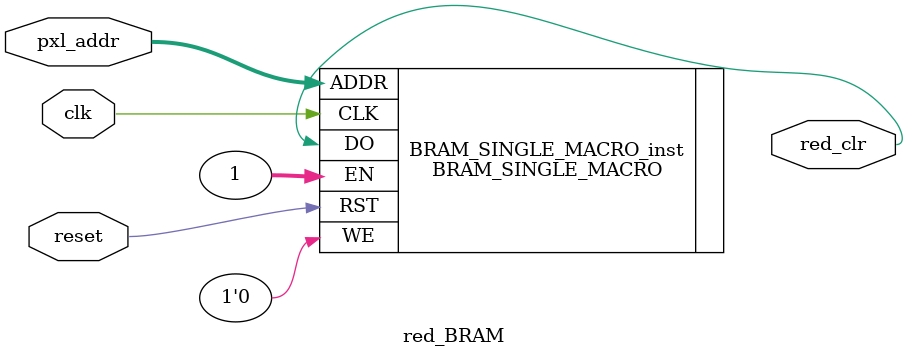
<source format=v>
module red_BRAM(clk, reset, pxl_addr, red_clr);
input clk, reset;
input [13:0] pxl_addr;
output red_clr;
// BRAM_SINGLE_MACRO : In order to incorporate this function into the design,
//   Verilog   : the following instance declaration needs to be placed
//  instance   : in the body of the design code.  The instance name
// declaration : (BRAM_SINGLE_MACRO_inst) and/or the port declarations within the
//    code     : parenthesis may be changed to properly reference and
//             : connect this function to the design.  All inputs
//             : and outputs must be connected.

//  <-----Cut code below this line---->

   // BRAM_SINGLE_MACRO: Single Port RAM
   //                    Artix-7
   // Xilinx HDL Language Template, version 2018.3

   /////////////////////////////////////////////////////////////////////
   //  READ_WIDTH | BRAM_SIZE | READ Depth  | ADDR Width |            //
   // WRITE_WIDTH |           | WRITE Depth |            |  WE Width  //
   // ============|===========|=============|============|============//
   //    37-72    |  "36Kb"   |      512    |    9-bit   |    8-bit   //
   //    19-36    |  "36Kb"   |     1024    |   10-bit   |    4-bit   //
   //    19-36    |  "18Kb"   |      512    |    9-bit   |    4-bit   //
   //    10-18    |  "36Kb"   |     2048    |   11-bit   |    2-bit   //
   //    10-18    |  "18Kb"   |     1024    |   10-bit   |    2-bit   //
   //     5-9     |  "36Kb"   |     4096    |   12-bit   |    1-bit   //
   //     5-9     |  "18Kb"   |     2048    |   11-bit   |    1-bit   //
   //     3-4     |  "36Kb"   |     8192    |   13-bit   |    1-bit   //
   //     3-4     |  "18Kb"   |     4096    |   12-bit   |    1-bit   //
   //       2     |  "36Kb"   |    16384    |   14-bit   |    1-bit   //
   //       2     |  "18Kb"   |     8192    |   13-bit   |    1-bit   //
   //       1     |  "36Kb"   |    32768    |   15-bit   |    1-bit   //
   //       1     |  "18Kb"   |    16384    |   14-bit   |    1-bit   //
   /////////////////////////////////////////////////////////////////////

   BRAM_SINGLE_MACRO #(
      .BRAM_SIZE("18Kb"), // Target BRAM, "18Kb" or "36Kb" 
      .DEVICE("7SERIES"), // Target Device: "7SERIES" 
      .DO_REG(0), // Optional output register (0 or 1)
      .INIT(36'h000000000), // Initial values on output port
      .INIT_FILE ("NONE"),
      .WRITE_WIDTH(1), // Valid values are 1-72 (37-72 only valid when BRAM_SIZE="36Kb")
      .READ_WIDTH(1),  // Valid values are 1-72 (37-72 only valid when BRAM_SIZE="36Kb")
      .SRVAL(36'h000000000), // Set/Reset value for port output
      .WRITE_MODE("WRITE_FIRST"), // "WRITE_FIRST", "READ_FIRST", or "NO_CHANGE" 
      //ex. memory location INIT_00 is for 256 to 0                                                   //lines katw <-- panw
      .INIT_00(256'hFFFF_FFFF_FFFF_FFFF_FFFF_FFFF_FFFF_FFFF_FFFF_FFFF_FFFF_FFFF_FFFF_FFFF_FFFF_FFFF),//red(1h)-white 
      .INIT_01(256'hFFFF_FFFF_FFFF_FFFF_FFFF_FFFF_FFFF_FFFF_FFFF_FFFF_FFFF_FFFF_FFFF_FFFF_FFFF_FFFF),//white-white
      .INIT_02(256'hFFFF_FFFF_FFFF_FFFF_FFFF_FFFF_FFFF_FFFF_FFFF_FFFF_FFFF_FFFF_FFFF_FFFF_FFFF_FFFF),//white-red(2h)
      .INIT_03(256'hFFFF_FFFF_FFFF_FFFF_FFFF_FFFF_FFFF_FFFF_FFFF_FFFF_FFFF_FFFF_FFFF_FFFF_FFFF_FFFF),//red(3h)-white
      .INIT_04(256'hFFFF_FFFF_FFFF_FFFF_FFFF_FFFF_FFFF_FFFF_FFFF_FFFF_FFFF_FFFF_FFFF_FFFF_FFFF_FFFF),//white-white
      .INIT_05(256'hFFFF_FFFF_FFFF_FFFF_FFFF_FFFF_FFFF_FFFF_FFFF_FFFF_FFFF_FFFF_FFFF_FFFF_FFFF_FFFF),//white-red(4h)
      .INIT_06(256'hFFFF_FFFF_FFFF_FFFF_FFFF_FFFF_FFFF_FFFF_FFFF_FFFF_FFFF_FFFF_FFFF_FFFF_FFFF_FFFF),//red(5h)-white
      .INIT_07(256'hFFFF_FFFF_FFFF_FFFF_FFFF_FFFF_FFFF_FFFF_FFFF_FFFF_FFFF_FFFF_FFFF_FFFF_FFFF_FFFF),//white-white
      .INIT_08(256'hFFFF_FFFF_FFFF_FFFF_FFFF_FFFF_FFFF_FFFF_FFFF_FFFF_FFFF_FFFF_FFFF_FFFF_FFFF_FFFF),//white-red(6h)
      .INIT_09(256'hFFFF_FFFF_FFFF_FFFF_FFFF_FFFF_FFFF_FFFF_FFFF_FFFF_FFFF_FFFF_FFFF_FFFF_FFFF_FFFF),//red(7h)-white
      .INIT_0A(256'hFFFF_FFFF_FFFF_FFFF_FFFF_FFFF_FFFF_FFFF_FFFF_FFFF_FFFF_FFFF_FFFF_FFFF_FFFF_FFFF),//white-white
      .INIT_0B(256'hFFFF_FFFF_FFFF_FFFF_FFFF_FFFF_FFFF_FFFF_FFFF_FFFF_FFFF_FFFF_FFFF_FFFF_FFFF_FFFF),//white-red(8h)
      .INIT_0C(256'h0000_0000_0000_0000_0000_0000_0000_0000_FFFF_FFFF_FFFF_FFFF_FFFF_FFFF_FFFF_FFFF),//green(1h)-white
      .INIT_0D(256'hFFFF_FFFF_FFFF_FFFF_FFFF_FFFF_FFFF_FFFF_FFFF_FFFF_FFFF_FFFF_FFFF_FFFF_FFFF_FFFF),//white-white
      .INIT_0E(256'hFFFF_FFFF_FFFF_FFFF_FFFF_FFFF_FFFF_FFFF_0000_0000_0000_0000_0000_0000_0000_0000),//white-green(2h)
      .INIT_0F(256'h0000_0000_0000_0000_0000_0000_0000_0000_FFFF_FFFF_FFFF_FFFF_FFFF_FFFF_FFFF_FFFF),//green(3h)-white
      .INIT_10(256'hFFFF_FFFF_FFFF_FFFF_FFFF_FFFF_FFFF_FFFF_FFFF_FFFF_FFFF_FFFF_FFFF_FFFF_FFFF_FFFF),//white-white
      .INIT_11(256'hFFFF_FFFF_FFFF_FFFF_FFFF_FFFF_FFFF_FFFF_0000_0000_0000_0000_0000_0000_0000_0000),//white-green(4h)
      .INIT_12(256'h0000_0000_0000_0000_0000_0000_0000_0000_FFFF_FFFF_FFFF_FFFF_FFFF_FFFF_FFFF_FFFF),//green(5h)-white
      .INIT_13(256'hFFFF_FFFF_FFFF_FFFF_FFFF_FFFF_FFFF_FFFF_FFFF_FFFF_FFFF_FFFF_FFFF_FFFF_FFFF_FFFF),//white-white
      .INIT_14(256'hFFFF_FFFF_FFFF_FFFF_FFFF_FFFF_FFFF_FFFF_0000_0000_0000_0000_0000_0000_0000_0000),//white-green(6h)
      .INIT_15(256'h0000_0000_0000_0000_0000_0000_0000_0000_FFFF_FFFF_FFFF_FFFF_FFFF_FFFF_FFFF_FFFF),//green(7h)-white
      .INIT_16(256'hFFFF_FFFF_FFFF_FFFF_FFFF_FFFF_FFFF_FFFF_FFFF_FFFF_FFFF_FFFF_FFFF_FFFF_FFFF_FFFF),//white-white
      .INIT_17(256'hFFFF_FFFF_FFFF_FFFF_FFFF_FFFF_FFFF_FFFF_0000_0000_0000_0000_0000_0000_0000_0000),//white-green(8h)
      .INIT_18(256'h0000_0000_0000_0000_0000_0000_0000_0000_FFFF_FFFF_FFFF_FFFF_FFFF_FFFF_FFFF_FFFF),//blue(1h)-white
      .INIT_19(256'hFFFF_FFFF_FFFF_FFFF_FFFF_FFFF_FFFF_FFFF_FFFF_FFFF_FFFF_FFFF_FFFF_FFFF_FFFF_FFFF),//white-white
      .INIT_1A(256'hFFFF_FFFF_FFFF_FFFF_FFFF_FFFF_FFFF_FFFF_0000_0000_0000_0000_0000_0000_0000_0000),//white-blue(2h)
      .INIT_1B(256'h0000_0000_0000_0000_0000_0000_0000_0000_FFFF_FFFF_FFFF_FFFF_FFFF_FFFF_FFFF_FFFF),//blue(3h)-white
      .INIT_1C(256'hFFFF_FFFF_FFFF_FFFF_FFFF_FFFF_FFFF_FFFF_FFFF_FFFF_FFFF_FFFF_FFFF_FFFF_FFFF_FFFF),//white-white
      .INIT_1D(256'hFFFF_FFFF_FFFF_FFFF_FFFF_FFFF_FFFF_FFFF_0000_0000_0000_0000_0000_0000_0000_0000),//white-blue(4h)
      .INIT_1E(256'h0000_0000_0000_0000_0000_0000_0000_0000_FFFF_FFFF_FFFF_FFFF_FFFF_FFFF_FFFF_FFFF),//blue(5h)-white
      .INIT_1F(256'hFFFF_FFFF_FFFF_FFFF_FFFF_FFFF_FFFF_FFFF_FFFF_FFFF_FFFF_FFFF_FFFF_FFFF_FFFF_FFFF),//white-white
      .INIT_20(256'hFFFF_FFFF_FFFF_FFFF_FFFF_FFFF_FFFF_FFFF_0000_0000_0000_0000_0000_0000_0000_0000),//white-blue(6h)
      .INIT_21(256'h0000_0000_0000_0000_0000_0000_0000_0000_FFFF_FFFF_FFFF_FFFF_FFFF_FFFF_FFFF_FFFF),//blue(7h)-white
      .INIT_22(256'hFFFF_FFFF_FFFF_FFFF_FFFF_FFFF_FFFF_FFFF_FFFF_FFFF_FFFF_FFFF_FFFF_FFFF_FFFF_FFFF),//white-white
      .INIT_23(256'hFFFF_FFFF_FFFF_FFFF_FFFF_FFFF_FFFF_FFFF_0000_0000_0000_0000_0000_0000_0000_0000),//white-blue(8h)
      .INIT_24(256'hF00F_0000_F00F_0000_F00F_0000_F00F_0000_FFFF_FFFF_FFFF_FFFF_FFFF_FFFF_FFFF_FFFF),//black(1h)-white
      .INIT_25(256'hF00F_FFFF_F00F_FFFF_F00F_FFFF_F00F_FFFF_F00F_FFFF_F00F_FFFF_F00F_FFFF_F00F_FFFF),//white-white
      .INIT_26(256'hF00F_FFFF_F00F_FFFF_F00F_FFFF_F00F_FFFF_F00F_0000_F00F_0000_F00F_0000_F00F_0000),//white-black(2h)
      .INIT_27(256'hF00F_0000_F00F_0000_F00F_0000_F00F_0000_F00F_FFFF_F00F_FFFF_F00F_FFFF_F00F_FFFF),//black(3h)-white
      .INIT_28(256'hF00F_FFFF_F00F_FFFF_F00F_FFFF_F00F_FFFF_F00F_FFFF_F00F_FFFF_F00F_FFFF_F00F_FFFF),//white-white
      .INIT_29(256'hF00F_FFFF_F00F_FFFF_F00F_FFFF_F00F_FFFF_F00F_0000_F00F_0000_F00F_0000_F00F_0000),//white-black(4h)
      .INIT_2A(256'hF00F_0000_F00F_0000_F00F_0000_F00F_0000_F00F_FFFF_F00F_FFFF_F00F_FFFF_F00F_FFFF),//black(5h)-white
      .INIT_2B(256'hF00F_FFFF_F00F_FFFF_F00F_FFFF_F00F_FFFF_F00F_FFFF_F00F_FFFF_F00F_FFFF_F00F_FFFF),//white-white
      .INIT_2C(256'hF00F_FFFF_F00F_FFFF_F00F_FFFF_F00F_FFFF_F00F_0000_F00F_0000_F00F_0000_F00F_0000),//white-black(6h)
      .INIT_2D(256'hF00F_0000_F00F_0000_F00F_0000_F00F_0000_F00F_FFFF_F00F_FFFF_F00F_FFFF_F00F_FFFF),//black(7h)-white
      .INIT_2E(256'hF00F_FFFF_F00F_FFFF_F00F_FFFF_F00F_FFFF_F00F_FFFF_F00F_FFFF_F00F_FFFF_F00F_FFFF),//white-white
      .INIT_2F(256'hF00F_FFFF_F00F_FFFF_F00F_FFFF_F00F_FFFF_F00F_0000_F00F_0000_F00F_0000_F00F_0000)//white-black(8h)
      

   ) 
   
   BRAM_SINGLE_MACRO_inst (
      .DO(red_clr),       // Output data, width defined by READ_WIDTH parameter
      .ADDR(pxl_addr),   // Input address, width defined by read/write port depth
      .CLK(clk),     // 1-bit input clock
      //.DI(DI),       // Input data port, width defined by WRITE_WIDTH parameter
      .EN(1),       // 1-bit input RAM enable
      //.REGCE(REGCE), // 1-bit input output register enable
      .RST(reset),     // 1-bit input reset
      .WE(1'b0)        // Input write enable, width defined by write port depth
   );

   // End of BRAM_SINGLE_MACRO_inst instantiation
endmodule
</source>
